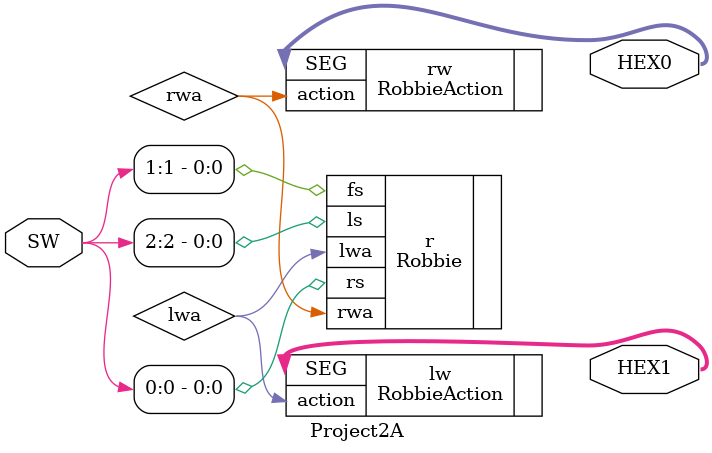
<source format=v>
module Project2A(
	input [2:0] SW,
	output [6:0] HEX1, HEX0
	);

	wire lwa, rwa;
	Robbie r(.ls(SW[2]), .fs(SW[1]), .rs(SW[0]), .lwa(lwa), .rwa(rwa));
	RobbieAction lw(.action(lwa), .SEG(HEX1));
	RobbieAction rw(.action(rwa), .SEG(HEX0));
	
endmodule // Project2A
</source>
